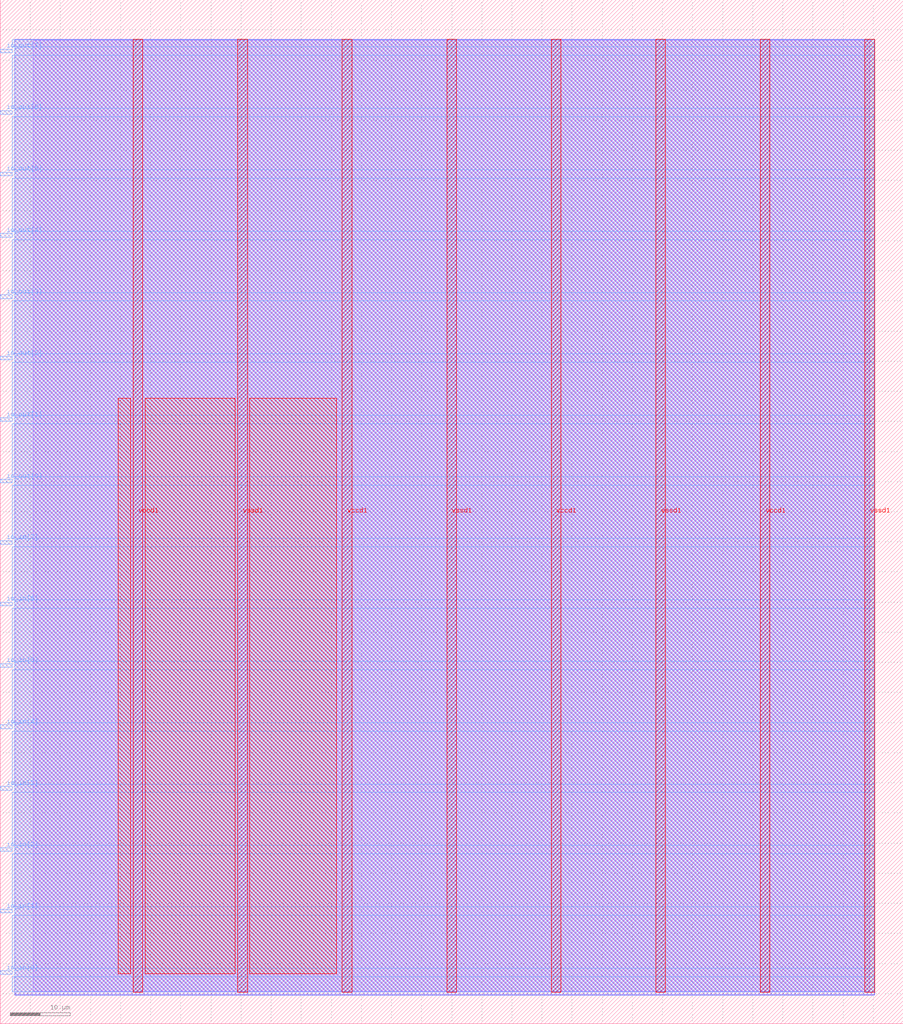
<source format=lef>
VERSION 5.7 ;
  NOWIREEXTENSIONATPIN ON ;
  DIVIDERCHAR "/" ;
  BUSBITCHARS "[]" ;
MACRO stevenmburns_toplevel
  CLASS BLOCK ;
  FOREIGN stevenmburns_toplevel ;
  ORIGIN 0.000 0.000 ;
  SIZE 150.000 BY 170.000 ;
  PIN io_in[0]
    DIRECTION INPUT ;
    USE SIGNAL ;
    PORT
      LAYER met3 ;
        RECT 0.000 8.200 2.000 8.800 ;
    END
  END io_in[0]
  PIN io_in[1]
    DIRECTION INPUT ;
    USE SIGNAL ;
    PORT
      LAYER met3 ;
        RECT 0.000 18.400 2.000 19.000 ;
    END
  END io_in[1]
  PIN io_in[2]
    DIRECTION INPUT ;
    USE SIGNAL ;
    PORT
      LAYER met3 ;
        RECT 0.000 28.600 2.000 29.200 ;
    END
  END io_in[2]
  PIN io_in[3]
    DIRECTION INPUT ;
    USE SIGNAL ;
    PORT
      LAYER met3 ;
        RECT 0.000 38.800 2.000 39.400 ;
    END
  END io_in[3]
  PIN io_in[4]
    DIRECTION INPUT ;
    USE SIGNAL ;
    PORT
      LAYER met3 ;
        RECT 0.000 49.000 2.000 49.600 ;
    END
  END io_in[4]
  PIN io_in[5]
    DIRECTION INPUT ;
    USE SIGNAL ;
    PORT
      LAYER met3 ;
        RECT 0.000 59.200 2.000 59.800 ;
    END
  END io_in[5]
  PIN io_in[6]
    DIRECTION INPUT ;
    USE SIGNAL ;
    PORT
      LAYER met3 ;
        RECT 0.000 69.400 2.000 70.000 ;
    END
  END io_in[6]
  PIN io_in[7]
    DIRECTION INPUT ;
    USE SIGNAL ;
    PORT
      LAYER met3 ;
        RECT 0.000 79.600 2.000 80.200 ;
    END
  END io_in[7]
  PIN io_out[0]
    DIRECTION OUTPUT TRISTATE ;
    USE SIGNAL ;
    PORT
      LAYER met3 ;
        RECT 0.000 89.800 2.000 90.400 ;
    END
  END io_out[0]
  PIN io_out[1]
    DIRECTION OUTPUT TRISTATE ;
    USE SIGNAL ;
    PORT
      LAYER met3 ;
        RECT 0.000 100.000 2.000 100.600 ;
    END
  END io_out[1]
  PIN io_out[2]
    DIRECTION OUTPUT TRISTATE ;
    USE SIGNAL ;
    PORT
      LAYER met3 ;
        RECT 0.000 110.200 2.000 110.800 ;
    END
  END io_out[2]
  PIN io_out[3]
    DIRECTION OUTPUT TRISTATE ;
    USE SIGNAL ;
    PORT
      LAYER met3 ;
        RECT 0.000 120.400 2.000 121.000 ;
    END
  END io_out[3]
  PIN io_out[4]
    DIRECTION OUTPUT TRISTATE ;
    USE SIGNAL ;
    PORT
      LAYER met3 ;
        RECT 0.000 130.600 2.000 131.200 ;
    END
  END io_out[4]
  PIN io_out[5]
    DIRECTION OUTPUT TRISTATE ;
    USE SIGNAL ;
    PORT
      LAYER met3 ;
        RECT 0.000 140.800 2.000 141.400 ;
    END
  END io_out[5]
  PIN io_out[6]
    DIRECTION OUTPUT TRISTATE ;
    USE SIGNAL ;
    PORT
      LAYER met3 ;
        RECT 0.000 151.000 2.000 151.600 ;
    END
  END io_out[6]
  PIN io_out[7]
    DIRECTION OUTPUT TRISTATE ;
    USE SIGNAL ;
    PORT
      LAYER met3 ;
        RECT 0.000 161.200 2.000 161.800 ;
    END
  END io_out[7]
  PIN vccd1
    DIRECTION INOUT ;
    USE POWER ;
    PORT
      LAYER met4 ;
        RECT 22.085 5.200 23.685 163.440 ;
    END
    PORT
      LAYER met4 ;
        RECT 56.815 5.200 58.415 163.440 ;
    END
    PORT
      LAYER met4 ;
        RECT 91.545 5.200 93.145 163.440 ;
    END
    PORT
      LAYER met4 ;
        RECT 126.275 5.200 127.875 163.440 ;
    END
  END vccd1
  PIN vssd1
    DIRECTION INOUT ;
    USE GROUND ;
    PORT
      LAYER met4 ;
        RECT 39.450 5.200 41.050 163.440 ;
    END
    PORT
      LAYER met4 ;
        RECT 74.180 5.200 75.780 163.440 ;
    END
    PORT
      LAYER met4 ;
        RECT 108.910 5.200 110.510 163.440 ;
    END
    PORT
      LAYER met4 ;
        RECT 143.640 5.200 145.240 163.440 ;
    END
  END vssd1
  OBS
      LAYER li1 ;
        RECT 5.520 5.355 144.440 163.285 ;
      LAYER met1 ;
        RECT 2.370 4.800 145.240 163.440 ;
      LAYER met2 ;
        RECT 2.390 4.770 145.210 163.385 ;
      LAYER met3 ;
        RECT 2.000 162.200 145.230 163.365 ;
        RECT 2.400 160.800 145.230 162.200 ;
        RECT 2.000 152.000 145.230 160.800 ;
        RECT 2.400 150.600 145.230 152.000 ;
        RECT 2.000 141.800 145.230 150.600 ;
        RECT 2.400 140.400 145.230 141.800 ;
        RECT 2.000 131.600 145.230 140.400 ;
        RECT 2.400 130.200 145.230 131.600 ;
        RECT 2.000 121.400 145.230 130.200 ;
        RECT 2.400 120.000 145.230 121.400 ;
        RECT 2.000 111.200 145.230 120.000 ;
        RECT 2.400 109.800 145.230 111.200 ;
        RECT 2.000 101.000 145.230 109.800 ;
        RECT 2.400 99.600 145.230 101.000 ;
        RECT 2.000 90.800 145.230 99.600 ;
        RECT 2.400 89.400 145.230 90.800 ;
        RECT 2.000 80.600 145.230 89.400 ;
        RECT 2.400 79.200 145.230 80.600 ;
        RECT 2.000 70.400 145.230 79.200 ;
        RECT 2.400 69.000 145.230 70.400 ;
        RECT 2.000 60.200 145.230 69.000 ;
        RECT 2.400 58.800 145.230 60.200 ;
        RECT 2.000 50.000 145.230 58.800 ;
        RECT 2.400 48.600 145.230 50.000 ;
        RECT 2.000 39.800 145.230 48.600 ;
        RECT 2.400 38.400 145.230 39.800 ;
        RECT 2.000 29.600 145.230 38.400 ;
        RECT 2.400 28.200 145.230 29.600 ;
        RECT 2.000 19.400 145.230 28.200 ;
        RECT 2.400 18.000 145.230 19.400 ;
        RECT 2.000 9.200 145.230 18.000 ;
        RECT 2.400 7.800 145.230 9.200 ;
        RECT 2.000 5.275 145.230 7.800 ;
      LAYER met4 ;
        RECT 19.615 8.335 21.685 103.865 ;
        RECT 24.085 8.335 39.050 103.865 ;
        RECT 41.450 8.335 55.825 103.865 ;
  END
END stevenmburns_toplevel
END LIBRARY


</source>
